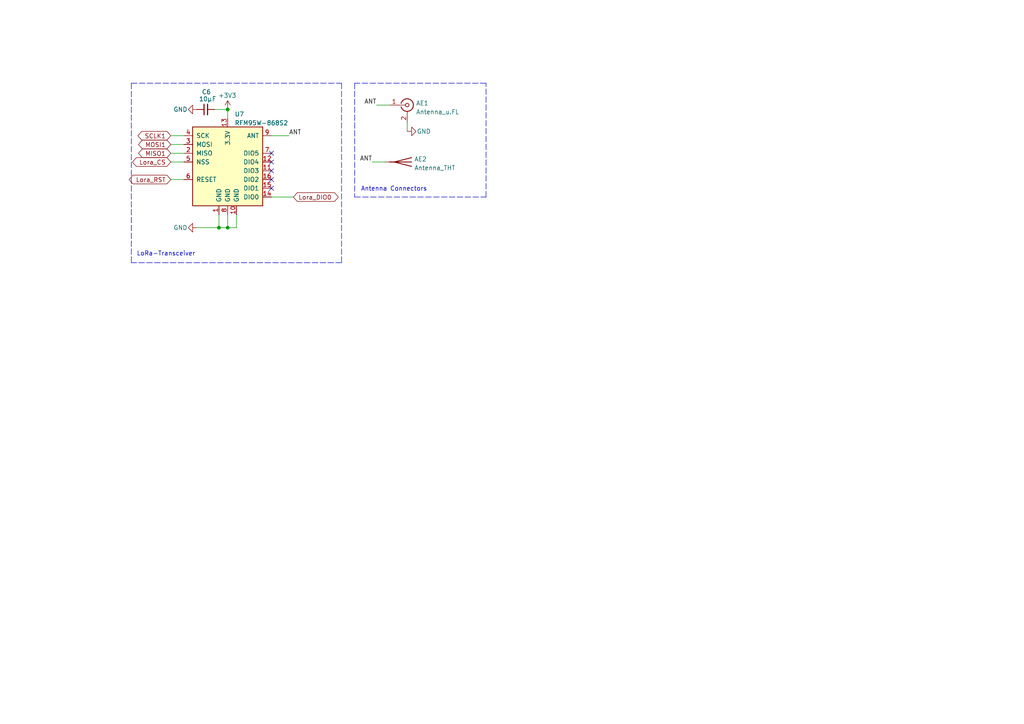
<source format=kicad_sch>
(kicad_sch (version 20230121) (generator eeschema)
  (paper "A4")
  (title_block (title "pico-datalogger-v3") (date "2025-11-21") (rev "3.00") (company "Bernhard Bablok") (comment 1 "https://github.com/bablokb/pcb-pico-datalogger") (comment 2 "https://opendeved.net/ilce"))
  (lib_symbols
    (symbol "Connector:Conn_Coaxial" (pin_names (offset 1.016) hide)
      (property "Reference" "J" (at 0.254 3.048 0))
      (property "Value" "Conn_Coaxial" (at 2.921 0 90))
      (symbol "Conn_Coaxial_0_1"
        (arc (start -1.778 -0.508) (mid 0.2311 -1.8066) (end 1.778 0) (stroke (width 0.254)))
        (polyline (pts (xy -2.54 0) (xy -0.508 0)))
        (polyline (pts (xy 0 -2.54) (xy 0 -1.778)))
        (circle (center 0 0) (radius 0.508) (stroke (width 0.2032)))
        (arc (start 1.778 0) (mid 0.2099 1.8101) (end -1.778 0.508) (stroke (width 0.254)))
      )
      (symbol "Conn_Coaxial_1_1"
        (pin passive line (at -5.08 0 0) (length 2.54) (name "In") (number "1"))
        (pin passive line (at 0 -5.08 90) (length 2.54) (name "Ext") (number "2"))
      )
    )
    (symbol "Device:Antenna" (pin_numbers hide) (pin_names (offset 1.016) hide)
      (property "Reference" "AE" (at -1.905 1.905 0))
      (property "Value" "Antenna" (at -1.905 0 0))
      (symbol "Antenna_0_1"
        (polyline (pts (xy 0 2.54) (xy 0 -3.81)) (stroke (width 0.254)))
        (polyline (pts (xy 1.27 2.54) (xy 0 -2.54) (xy -1.27 2.54)) (stroke (width 0.254)))
      )
      (symbol "Antenna_1_1"
        (pin input line (at 0 -5.08 90) (length 2.54) (name "A") (number "1"))
      )
    )
    (symbol "Device:C_Small" (pin_numbers hide) (pin_names (offset 0.254) hide)
      (property "Reference" "C" (at 0.254 1.778 0))
      (property "Value" "C_Small" (at 0.254 -2.032 0))
      (symbol "C_Small_0_1"
        (polyline (pts (xy -1.524 -0.508) (xy 1.524 -0.508)) (stroke (width 0.3302)))
        (polyline (pts (xy -1.524 0.508) (xy 1.524 0.508)) (stroke (width 0.3048)))
      )
      (symbol "C_Small_1_1"
        (pin passive line (at 0 2.54 270) (length 2.032) (name "~") (number "1"))
        (pin passive line (at 0 -2.54 90) (length 2.032) (name "~") (number "2"))
      )
    )
    (symbol "RF_Module:RFM95W-868S2" (pin_names (offset 1.016))
      (property "Reference" "U" (at -10.414 11.684 0))
      (property "Value" "RFM95W-868S2" (at 1.524 11.43 0))
      (symbol "RFM95W-868S2_0_1"
        (rectangle (start -10.16 10.16) (end 10.16 -12.7) (stroke (width 0.254)) (fill (type background)))
      )
      (symbol "RFM95W-868S2_1_1"
        (pin power_in line (at -2.54 -15.24 90) (length 2.54) (name "GND") (number "1"))
        (pin power_in line (at 2.54 -15.24 90) (length 2.54) (name "GND") (number "10"))
        (pin bidirectional line (at 12.7 -2.54 180) (length 2.54) (name "DIO3") (number "11"))
        (pin bidirectional line (at 12.7 0 180) (length 2.54) (name "DIO4") (number "12"))
        (pin power_in line (at 0 12.7 270) (length 2.54) (name "3.3V") (number "13"))
        (pin bidirectional line (at 12.7 -10.16 180) (length 2.54) (name "DIO0") (number "14"))
        (pin bidirectional line (at 12.7 -7.62 180) (length 2.54) (name "DIO1") (number "15"))
        (pin bidirectional line (at 12.7 -5.08 180) (length 2.54) (name "DIO2") (number "16"))
        (pin output line (at -12.7 2.54 0) (length 2.54) (name "MISO") (number "2"))
        (pin input line (at -12.7 5.08 0) (length 2.54) (name "MOSI") (number "3"))
        (pin input line (at -12.7 7.62 0) (length 2.54) (name "SCK") (number "4"))
        (pin input line (at -12.7 0 0) (length 2.54) (name "NSS") (number "5"))
        (pin bidirectional line (at -12.7 -5.08 0) (length 2.54) (name "RESET") (number "6"))
        (pin bidirectional line (at 12.7 2.54 180) (length 2.54) (name "DIO5") (number "7"))
        (pin power_in line (at 0 -15.24 90) (length 2.54) (name "GND") (number "8"))
        (pin bidirectional line (at 12.7 7.62 180) (length 2.54) (name "ANT") (number "9"))
      )
    )
    (symbol "power:+3V3" (power) (pin_names (offset 0))
      (property "Value" "+3V3" (at 0 3.556 0))
      (symbol "+3V3_0_1"
        (polyline (pts (xy -0.762 1.27) (xy 0 2.54)))
        (polyline (pts (xy 0 0) (xy 0 2.54)))
        (polyline (pts (xy 0 2.54) (xy 0.762 1.27)))
      )
      (symbol "+3V3_1_1"
        (pin power_in line (at 0 0 90) (length 0) hide (name "+3V3") (number "1"))
      )
    )
    (symbol "power:GND" (power) (pin_names (offset 0))
      (property "Value" "GND" (at 0 -3.81 0))
      (symbol "GND_0_1"
        (polyline (pts (xy 0 0) (xy 0 -1.27) (xy 1.27 -1.27) (xy 0 -2.54) (xy -1.27 -1.27) (xy 0 -1.27)))
      )
      (symbol "GND_1_1"
        (pin power_in line (at 0 0 270) (length 0) hide (name "GND") (number "1"))
      )
    )
  )
  (junction (at 66.04 31.75))
  (junction (at 66.04 66.04))
  (junction (at 63.5 66.04))
  (no_connect (at 78.74 46.99))
  (no_connect (at 78.74 49.53))
  (no_connect (at 78.74 54.61))
  (no_connect (at 78.74 44.45))
  (no_connect (at 78.74 52.07))
  (wire (pts (xy 49.53 46.99) (xy 53.34 46.99)))
  (wire (pts (xy 83.82 39.37) (xy 78.74 39.37)))
  (polyline (pts (xy 102.87 24.13) (xy 102.87 57.15)) (stroke (width 0) (type dash)))
  (wire (pts (xy 66.04 66.04) (xy 68.58 66.04)))
  (wire (pts (xy 49.53 52.07) (xy 53.34 52.07)))
  (wire (pts (xy 63.5 62.23) (xy 63.5 66.04)))
  (polyline (pts (xy 38.1 24.13) (xy 99.06 24.13)) (stroke (width 0) (type dash)))
  (wire (pts (xy 62.23 31.75) (xy 66.04 31.75)))
  (wire (pts (xy 63.5 66.04) (xy 66.04 66.04)))
  (wire (pts (xy 66.04 62.23) (xy 66.04 66.04)))
  (wire (pts (xy 107.95 46.99) (xy 111.76 46.99)))
  (polyline (pts (xy 38.1 24.13) (xy 38.1 76.2)) (stroke (width 0) (type dash)))
  (polyline (pts (xy 140.97 24.13) (xy 102.87 24.13)) (stroke (width 0) (type dash)))
  (polyline (pts (xy 99.06 24.13) (xy 99.06 76.2)) (stroke (width 0) (type dash)))
  (wire (pts (xy 109.22 30.48) (xy 113.03 30.48)))
  (wire (pts (xy 118.11 38.1) (xy 118.11 35.56)))
  (wire (pts (xy 68.58 66.04) (xy 68.58 62.23)))
  (wire (pts (xy 85.09 57.15) (xy 78.74 57.15)))
  (wire (pts (xy 49.53 44.45) (xy 53.34 44.45)))
  (polyline (pts (xy 140.97 57.15) (xy 140.97 24.13)) (stroke (width 0) (type dash)))
  (wire (pts (xy 49.53 41.91) (xy 53.34 41.91)))
  (polyline (pts (xy 102.87 57.15) (xy 140.97 57.15)) (stroke (width 0) (type dash)))
  (wire (pts (xy 57.15 66.04) (xy 63.5 66.04)))
  (wire (pts (xy 49.53 39.37) (xy 53.34 39.37)))
  (wire (pts (xy 66.04 31.75) (xy 66.04 34.29)))
  (polyline (pts (xy 99.06 76.2) (xy 38.1 76.2)) (stroke (width 0) (type dash)))
  (text "Antenna Connectors" (at 104.648 55.626 0) (effects (font (size 1.27 1.27)) (justify left bottom)))
  (text "LoRa-Transceiver" (at 39.624 74.422 0) (effects (font (size 1.27 1.27)) (justify left bottom)))
  (label "ANT" (at 109.22 30.48 180))
  (label "ANT" (at 83.82 39.37 0))
  (label "ANT" (at 107.95 46.99 180))
  (global_label "MISO1" (shape bidirectional) (at 49.53 44.45 180) (property "Intersheetrefs" "${INTERSHEET_REFS}" (effects hide)))
  (global_label "Lora_CS" (shape bidirectional) (at 49.53 46.99 180) (property "Intersheetrefs" "${INTERSHEET_REFS}" (effects hide)))
  (global_label "SCLK1" (shape bidirectional) (at 49.53 39.37 180) (property "Intersheetrefs" "${INTERSHEET_REFS}" (effects hide)))
  (global_label "MOSI1" (shape bidirectional) (at 49.53 41.91 180) (property "Intersheetrefs" "${INTERSHEET_REFS}" (effects hide)))
  (global_label "Lora_DIO0" (shape bidirectional) (at 85.09 57.15 0) (property "Intersheetrefs" "${INTERSHEET_REFS}" (effects hide)))
  (global_label "Lora_RST" (shape bidirectional) (at 49.53 52.07 180) (property "Intersheetrefs" "${INTERSHEET_REFS}" (effects hide)))
  (symbol (lib_id "RF_Module:RFM95W-868S2") (at 66.04 46.99 0) (unit 1)
    (property "Reference" "U7" (at 68.0594 33.1302 0) (effects (justify left)))
    (property "Value" "RFM95W-868S2" (at 68.0594 35.6671 0) (effects (justify left)))
    (property "Footprint" "user:HOPERF_RFM9XW_SMD" (effects hide))
    (property "Datasheet" "https://www.hoperf.com/data/upload/portal/20181127/5bfcbea20e9ef.pdf" (effects hide))
    (property "LCSC" "C2844474" (effects hide))
  )
  (symbol (lib_id "Connector:Conn_Coaxial") (at 118.11 30.48 0) (unit 1)
    (property "Reference" "AE1" (at 120.6501 29.9385 0) (effects (justify left)))
    (property "Value" "Antenna_u.FL" (at 120.6501 32.4754 0) (effects (justify left)))
    (property "Footprint" "user:U.FL_Hirose_U.FL-R-SMT-1_Vertical" (effects hide))
    (property "Datasheet" " ~" (effects hide))
    (property "LCSC" "C88374" (effects hide))
  )
  (symbol (lib_id "power:GND") (at 57.15 31.75 270) (unit 1)
    (property "Reference" "#PWR022" (effects hide))
    (property "Value" "GND" (at 50.292 31.75 90) (effects (justify left)))
  )
  (symbol (lib_id "power:GND") (at 118.11 38.1 90) (unit 1)
    (property "Reference" "#PWR033" (effects hide))
    (property "Value" "GND" (at 124.968 38.1 90) (effects (justify left)))
  )
  (symbol (lib_id "Device:Antenna") (at 116.84 46.99 270) (unit 1) (in_bom no)
    (property "Reference" "AE2" (at 120.142 46.1553 90) (effects (justify left)))
    (property "Value" "Antenna_THT" (at 120.142 48.6922 90) (effects (justify left)))
    (property "Footprint" "user:Antenna_THT" (effects hide))
  )
  (symbol (lib_id "power:+3V3") (at 66.04 31.75 0) (unit 1)
    (property "Reference" "#PWR021" (effects hide))
    (property "Value" "+3V3" (at 68.58 27.686 0) (effects (justify right)))
  )
  (symbol (lib_id "Device:C_Small") (at 59.69 31.75 90) (unit 1)
    (property "Reference" "C6" (at 61.214 26.67 90) (effects (justify left)))
    (property "Value" "10µF" (at 62.738 28.702 90) (effects (justify left)))
    (property "Footprint" "Capacitor_SMD:C_0603_1608Metric" (effects hide))
    (property "LCSC" "C19702" (effects hide))
  )
  (symbol (lib_id "power:GND") (at 57.15 66.04 270) (unit 1)
    (property "Reference" "#PWR034" (effects hide))
    (property "Value" "GND" (at 50.292 66.04 90) (effects (justify left)))
  )
)
</source>
